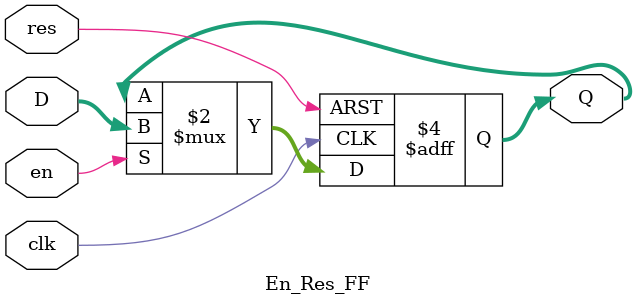
<source format=sv>
module En_Res_FF#(parameter width =8)(input logic clk, res, en, input logic [width-1:0] D, output logic [width-1:0] Q);
//asynchronous reset
always_ff @(posedge clk, posedge res)
if(res) Q<=0;
else if(en) Q<=D;
endmodule 

</source>
